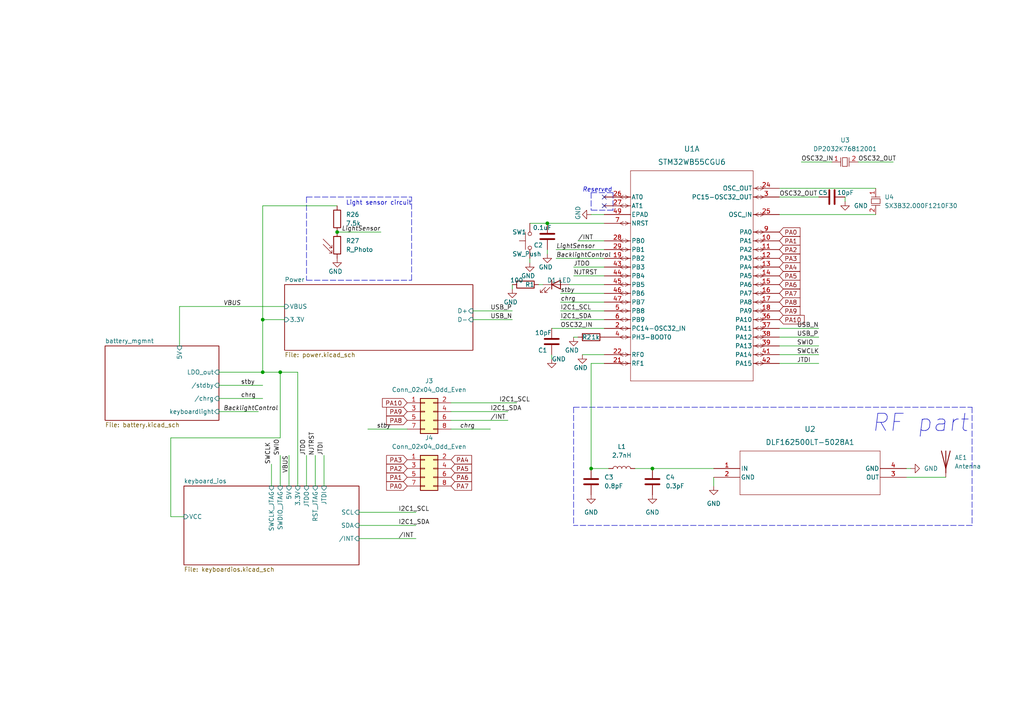
<source format=kicad_sch>
(kicad_sch (version 20230121) (generator eeschema)
  (paper "A4")
  (title_block (title "BluetoothKeyboard") (date "2024-04-15") (rev "1.0") (comment 1 "By Pierre-Louis Lagunegrand"))
  (lib_symbols
    (symbol "2024-04-10_20-20-40:STM32WB55CGU6" (pin_names (offset 0.254))
      (property "Reference" "U" (at 25.4 12.7 0))
      (property "Value" "STM32WB55CGU6" (at 25.4 10.16 0))
      (symbol "STM32WB55CGU6_1_1"
        (polyline (pts (xy 5.5372 -48.7807) (xy 4.4958 -48.26)) (stroke (width 0.127)))
        (polyline (pts (xy 5.5372 -47.7393) (xy 4.4958 -48.26)) (stroke (width 0.127)))
        (polyline (pts (xy 5.5372 -46.2407) (xy 4.4958 -45.72)) (stroke (width 0.127)))
        (polyline (pts (xy 5.5372 -45.1993) (xy 4.4958 -45.72)) (stroke (width 0.127)))
        (polyline (pts (xy 5.5372 -41.1607) (xy 4.4958 -40.64)) (stroke (width 0.127)))
        (polyline (pts (xy 5.5372 -40.1193) (xy 4.4958 -40.64)) (stroke (width 0.127)))
        (polyline (pts (xy 5.5372 -38.6207) (xy 4.4958 -38.1)) (stroke (width 0.127)))
        (polyline (pts (xy 5.5372 -37.5793) (xy 4.4958 -38.1)) (stroke (width 0.127)))
        (polyline (pts (xy 5.5372 -36.0807) (xy 4.4958 -35.56)) (stroke (width 0.127)))
        (polyline (pts (xy 5.5372 -35.0393) (xy 4.4958 -35.56)) (stroke (width 0.127)))
        (polyline (pts (xy 5.5372 -33.5407) (xy 4.4958 -33.02)) (stroke (width 0.127)))
        (polyline (pts (xy 5.5372 -32.4993) (xy 4.4958 -33.02)) (stroke (width 0.127)))
        (polyline (pts (xy 5.5372 -31.0007) (xy 4.4958 -30.48)) (stroke (width 0.127)))
        (polyline (pts (xy 5.5372 -29.9593) (xy 4.4958 -30.48)) (stroke (width 0.127)))
        (polyline (pts (xy 5.5372 -28.4607) (xy 4.4958 -27.94)) (stroke (width 0.127)))
        (polyline (pts (xy 5.5372 -27.4193) (xy 4.4958 -27.94)) (stroke (width 0.127)))
        (polyline (pts (xy 5.5372 -25.9207) (xy 4.4958 -25.4)) (stroke (width 0.127)))
        (polyline (pts (xy 5.5372 -24.8793) (xy 4.4958 -25.4)) (stroke (width 0.127)))
        (polyline (pts (xy 5.5372 -23.3807) (xy 4.4958 -22.86)) (stroke (width 0.127)))
        (polyline (pts (xy 5.5372 -22.3393) (xy 4.4958 -22.86)) (stroke (width 0.127)))
        (polyline (pts (xy 5.5372 -20.8407) (xy 4.4958 -20.32)) (stroke (width 0.127)))
        (polyline (pts (xy 5.5372 -19.7993) (xy 4.4958 -20.32)) (stroke (width 0.127)))
        (polyline (pts (xy 5.5372 -18.3007) (xy 4.4958 -17.78)) (stroke (width 0.127)))
        (polyline (pts (xy 5.5372 -17.2593) (xy 4.4958 -17.78)) (stroke (width 0.127)))
        (polyline (pts (xy 5.5372 -15.7607) (xy 4.4958 -15.24)) (stroke (width 0.127)))
        (polyline (pts (xy 5.5372 -14.7193) (xy 4.4958 -15.24)) (stroke (width 0.127)))
        (polyline (pts (xy 5.5372 -13.2207) (xy 4.4958 -12.7)) (stroke (width 0.127)))
        (polyline (pts (xy 5.5372 -12.1793) (xy 4.4958 -12.7)) (stroke (width 0.127)))
        (polyline (pts (xy 5.5372 -8.1407) (xy 4.4958 -7.62)) (stroke (width 0.127)))
        (polyline (pts (xy 5.5372 -7.0993) (xy 4.4958 -7.62)) (stroke (width 0.127)))
        (polyline (pts (xy 5.5372 -3.0607) (xy 4.4958 -2.54)) (stroke (width 0.127)))
        (polyline (pts (xy 5.5372 -2.0193) (xy 4.4958 -2.54)) (stroke (width 0.127)))
        (polyline (pts (xy 5.5372 -0.5207) (xy 4.4958 0)) (stroke (width 0.127)))
        (polyline (pts (xy 5.5372 0.5207) (xy 4.4958 0)) (stroke (width 0.127)))
        (polyline (pts (xy 7.0993 -48.26) (xy 6.0579 -48.7807)) (stroke (width 0.127)))
        (polyline (pts (xy 7.0993 -48.26) (xy 6.0579 -47.7393)) (stroke (width 0.127)))
        (polyline (pts (xy 7.0993 -45.72) (xy 6.0579 -46.2407)) (stroke (width 0.127)))
        (polyline (pts (xy 7.0993 -45.72) (xy 6.0579 -45.1993)) (stroke (width 0.127)))
        (polyline (pts (xy 7.0993 -40.64) (xy 6.0579 -41.1607)) (stroke (width 0.127)))
        (polyline (pts (xy 7.0993 -40.64) (xy 6.0579 -40.1193)) (stroke (width 0.127)))
        (polyline (pts (xy 7.0993 -38.1) (xy 6.0579 -38.6207)) (stroke (width 0.127)))
        (polyline (pts (xy 7.0993 -38.1) (xy 6.0579 -37.5793)) (stroke (width 0.127)))
        (polyline (pts (xy 7.0993 -35.56) (xy 6.0579 -36.0807)) (stroke (width 0.127)))
        (polyline (pts (xy 7.0993 -35.56) (xy 6.0579 -35.0393)) (stroke (width 0.127)))
        (polyline (pts (xy 7.0993 -33.02) (xy 6.0579 -33.5407)) (stroke (width 0.127)))
        (polyline (pts (xy 7.0993 -33.02) (xy 6.0579 -32.4993)) (stroke (width 0.127)))
        (polyline (pts (xy 7.0993 -30.48) (xy 6.0579 -31.0007)) (stroke (width 0.127)))
        (polyline (pts (xy 7.0993 -30.48) (xy 6.0579 -29.9593)) (stroke (width 0.127)))
        (polyline (pts (xy 7.0993 -27.94) (xy 6.0579 -28.4607)) (stroke (width 0.127)))
        (polyline (pts (xy 7.0993 -27.94) (xy 6.0579 -27.4193)) (stroke (width 0.127)))
        (polyline (pts (xy 7.0993 -25.4) (xy 6.0579 -25.9207)) (stroke (width 0.127)))
        (polyline (pts (xy 7.0993 -25.4) (xy 6.0579 -24.8793)) (stroke (width 0.127)))
        (polyline (pts (xy 7.0993 -22.86) (xy 6.0579 -23.3807)) (stroke (width 0.127)))
        (polyline (pts (xy 7.0993 -22.86) (xy 6.0579 -22.3393)) (stroke (width 0.127)))
        (polyline (pts (xy 7.0993 -20.32) (xy 6.0579 -20.8407)) (stroke (width 0.127)))
        (polyline (pts (xy 7.0993 -20.32) (xy 6.0579 -19.7993)) (stroke (width 0.127)))
        (polyline (pts (xy 7.0993 -17.78) (xy 6.0579 -18.3007)) (stroke (width 0.127)))
        (polyline (pts (xy 7.0993 -17.78) (xy 6.0579 -17.2593)) (stroke (width 0.127)))
        (polyline (pts (xy 7.0993 -15.24) (xy 6.0579 -15.7607)) (stroke (width 0.127)))
        (polyline (pts (xy 7.0993 -15.24) (xy 6.0579 -14.7193)) (stroke (width 0.127)))
        (polyline (pts (xy 7.0993 -12.7) (xy 6.0579 -13.2207)) (stroke (width 0.127)))
        (polyline (pts (xy 7.0993 -12.7) (xy 6.0579 -12.1793)) (stroke (width 0.127)))
        (polyline (pts (xy 7.0993 -7.62) (xy 6.0579 -8.1407)) (stroke (width 0.127)))
        (polyline (pts (xy 7.0993 -7.62) (xy 6.0579 -7.0993)) (stroke (width 0.127)))
        (polyline (pts (xy 7.0993 -2.54) (xy 6.0579 -3.0607)) (stroke (width 0.127)))
        (polyline (pts (xy 7.0993 -2.54) (xy 6.0579 -2.0193)) (stroke (width 0.127)))
        (polyline (pts (xy 7.0993 0) (xy 6.0579 -0.5207)) (stroke (width 0.127)))
        (polyline (pts (xy 7.0993 0) (xy 6.0579 0.5207)) (stroke (width 0.127)))
        (polyline (pts (xy 7.62 -53.34) (xy 43.18 -53.34)) (stroke (width 0.127)))
        (polyline (pts (xy 7.62 7.62) (xy 7.62 -53.34)) (stroke (width 0.127)))
        (polyline (pts (xy 43.18 -53.34) (xy 43.18 7.62)) (stroke (width 0.127)))
        (polyline (pts (xy 43.18 7.62) (xy 7.62 7.62)) (stroke (width 0.127)))
        (polyline (pts (xy 43.7007 -48.26) (xy 44.7421 -48.7807)) (stroke (width 0.127)))
        (polyline (pts (xy 43.7007 -48.26) (xy 44.7421 -47.7393)) (stroke (width 0.127)))
        (polyline (pts (xy 43.7007 -45.72) (xy 44.7421 -46.2407)) (stroke (width 0.127)))
        (polyline (pts (xy 43.7007 -45.72) (xy 44.7421 -45.1993)) (stroke (width 0.127)))
        (polyline (pts (xy 43.7007 -43.18) (xy 44.7421 -43.7007)) (stroke (width 0.127)))
        (polyline (pts (xy 43.7007 -43.18) (xy 44.7421 -42.6593)) (stroke (width 0.127)))
        (polyline (pts (xy 43.7007 -40.64) (xy 44.7421 -41.1607)) (stroke (width 0.127)))
        (polyline (pts (xy 43.7007 -40.64) (xy 44.7421 -40.1193)) (stroke (width 0.127)))
        (polyline (pts (xy 43.7007 -38.1) (xy 44.7421 -38.6207)) (stroke (width 0.127)))
        (polyline (pts (xy 43.7007 -38.1) (xy 44.7421 -37.5793)) (stroke (width 0.127)))
        (polyline (pts (xy 43.7007 -35.56) (xy 44.7421 -36.0807)) (stroke (width 0.127)))
        (polyline (pts (xy 43.7007 -35.56) (xy 44.7421 -35.0393)) (stroke (width 0.127)))
        (polyline (pts (xy 43.7007 -33.02) (xy 44.7421 -33.5407)) (stroke (width 0.127)))
        (polyline (pts (xy 43.7007 -33.02) (xy 44.7421 -32.4993)) (stroke (width 0.127)))
        (polyline (pts (xy 43.7007 -30.48) (xy 44.7421 -31.0007)) (stroke (width 0.127)))
        (polyline (pts (xy 43.7007 -30.48) (xy 44.7421 -29.9593)) (stroke (width 0.127)))
        (polyline (pts (xy 43.7007 -27.94) (xy 44.7421 -28.4607)) (stroke (width 0.127)))
        (polyline (pts (xy 43.7007 -27.94) (xy 44.7421 -27.4193)) (stroke (width 0.127)))
        (polyline (pts (xy 43.7007 -25.4) (xy 44.7421 -25.9207)) (stroke (width 0.127)))
        (polyline (pts (xy 43.7007 -25.4) (xy 44.7421 -24.8793)) (stroke (width 0.127)))
        (polyline (pts (xy 43.7007 -22.86) (xy 44.7421 -23.3807)) (stroke (width 0.127)))
        (polyline (pts (xy 43.7007 -22.86) (xy 44.7421 -22.3393)) (stroke (width 0.127)))
        (polyline (pts (xy 43.7007 -20.32) (xy 44.7421 -20.8407)) (stroke (width 0.127)))
        (polyline (pts (xy 43.7007 -20.32) (xy 44.7421 -19.7993)) (stroke (width 0.127)))
        (polyline (pts (xy 43.7007 -17.78) (xy 44.7421 -18.3007)) (stroke (width 0.127)))
        (polyline (pts (xy 43.7007 -17.78) (xy 44.7421 -17.2593)) (stroke (width 0.127)))
        (polyline (pts (xy 43.7007 -15.24) (xy 44.7421 -15.7607)) (stroke (width 0.127)))
        (polyline (pts (xy 43.7007 -15.24) (xy 44.7421 -14.7193)) (stroke (width 0.127)))
        (polyline (pts (xy 43.7007 -12.7) (xy 44.7421 -13.2207)) (stroke (width 0.127)))
        (polyline (pts (xy 43.7007 -12.7) (xy 44.7421 -12.1793)) (stroke (width 0.127)))
        (polyline (pts (xy 43.7007 -10.16) (xy 44.7421 -10.6807)) (stroke (width 0.127)))
        (polyline (pts (xy 43.7007 -10.16) (xy 44.7421 -9.6393)) (stroke (width 0.127)))
        (polyline (pts (xy 43.7007 -5.08) (xy 44.7421 -5.6007)) (stroke (width 0.127)))
        (polyline (pts (xy 43.7007 -5.08) (xy 44.7421 -4.5593)) (stroke (width 0.127)))
        (polyline (pts (xy 43.7007 0) (xy 44.7421 -0.5207)) (stroke (width 0.127)))
        (polyline (pts (xy 43.7007 0) (xy 44.7421 0.5207)) (stroke (width 0.127)))
        (polyline (pts (xy 43.7007 2.54) (xy 44.7421 2.0193)) (stroke (width 0.127)))
        (polyline (pts (xy 43.7007 2.54) (xy 44.7421 3.0607)) (stroke (width 0.127)))
        (polyline (pts (xy 45.2628 -48.7807) (xy 46.3042 -48.26)) (stroke (width 0.127)))
        (polyline (pts (xy 45.2628 -47.7393) (xy 46.3042 -48.26)) (stroke (width 0.127)))
        (polyline (pts (xy 45.2628 -46.2407) (xy 46.3042 -45.72)) (stroke (width 0.127)))
        (polyline (pts (xy 45.2628 -45.1993) (xy 46.3042 -45.72)) (stroke (width 0.127)))
        (polyline (pts (xy 45.2628 -43.7007) (xy 46.3042 -43.18)) (stroke (width 0.127)))
        (polyline (pts (xy 45.2628 -42.6593) (xy 46.3042 -43.18)) (stroke (width 0.127)))
        (polyline (pts (xy 45.2628 -41.1607) (xy 46.3042 -40.64)) (stroke (width 0.127)))
        (polyline (pts (xy 45.2628 -40.1193) (xy 46.3042 -40.64)) (stroke (width 0.127)))
        (polyline (pts (xy 45.2628 -38.6207) (xy 46.3042 -38.1)) (stroke (width 0.127)))
        (polyline (pts (xy 45.2628 -37.5793) (xy 46.3042 -38.1)) (stroke (width 0.127)))
        (polyline (pts (xy 45.2628 -36.0807) (xy 46.3042 -35.56)) (stroke (width 0.127)))
        (polyline (pts (xy 45.2628 -35.0393) (xy 46.3042 -35.56)) (stroke (width 0.127)))
        (polyline (pts (xy 45.2628 -33.5407) (xy 46.3042 -33.02)) (stroke (width 0.127)))
        (polyline (pts (xy 45.2628 -32.4993) (xy 46.3042 -33.02)) (stroke (width 0.127)))
        (polyline (pts (xy 45.2628 -31.0007) (xy 46.3042 -30.48)) (stroke (width 0.127)))
        (polyline (pts (xy 45.2628 -29.9593) (xy 46.3042 -30.48)) (stroke (width 0.127)))
        (polyline (pts (xy 45.2628 -28.4607) (xy 46.3042 -27.94)) (stroke (width 0.127)))
        (polyline (pts (xy 45.2628 -27.4193) (xy 46.3042 -27.94)) (stroke (width 0.127)))
        (polyline (pts (xy 45.2628 -25.9207) (xy 46.3042 -25.4)) (stroke (width 0.127)))
        (polyline (pts (xy 45.2628 -24.8793) (xy 46.3042 -25.4)) (stroke (width 0.127)))
        (polyline (pts (xy 45.2628 -23.3807) (xy 46.3042 -22.86)) (stroke (width 0.127)))
        (polyline (pts (xy 45.2628 -22.3393) (xy 46.3042 -22.86)) (stroke (width 0.127)))
        (polyline (pts (xy 45.2628 -20.8407) (xy 46.3042 -20.32)) (stroke (width 0.127)))
        (polyline (pts (xy 45.2628 -19.7993) (xy 46.3042 -20.32)) (stroke (width 0.127)))
        (polyline (pts (xy 45.2628 -18.3007) (xy 46.3042 -17.78)) (stroke (width 0.127)))
        (polyline (pts (xy 45.2628 -17.2593) (xy 46.3042 -17.78)) (stroke (width 0.127)))
        (polyline (pts (xy 45.2628 -15.7607) (xy 46.3042 -15.24)) (stroke (width 0.127)))
        (polyline (pts (xy 45.2628 -14.7193) (xy 46.3042 -15.24)) (stroke (width 0.127)))
        (polyline (pts (xy 45.2628 -13.2207) (xy 46.3042 -12.7)) (stroke (width 0.127)))
        (polyline (pts (xy 45.2628 -12.1793) (xy 46.3042 -12.7)) (stroke (width 0.127)))
        (polyline (pts (xy 45.2628 -10.6807) (xy 46.3042 -10.16)) (stroke (width 0.127)))
        (polyline (pts (xy 45.2628 -9.6393) (xy 46.3042 -10.16)) (stroke (width 0.127)))
        (polyline (pts (xy 45.2628 -5.6007) (xy 46.3042 -5.08)) (stroke (width 0.127)))
        (polyline (pts (xy 45.2628 -4.5593) (xy 46.3042 -5.08)) (stroke (width 0.127)))
        (polyline (pts (xy 45.2628 -0.5207) (xy 46.3042 0)) (stroke (width 0.127)))
        (polyline (pts (xy 45.2628 0.5207) (xy 46.3042 0)) (stroke (width 0.127)))
        (polyline (pts (xy 45.2628 2.0193) (xy 46.3042 2.54)) (stroke (width 0.127)))
        (polyline (pts (xy 45.2628 3.0607) (xy 46.3042 2.54)) (stroke (width 0.127)))
        (pin bidirectional line (at 50.8 -12.7 180) (length 7.62) (name "PA1") (number "10"))
        (pin bidirectional line (at 50.8 -15.24 180) (length 7.62) (name "PA2") (number "11"))
        (pin bidirectional line (at 50.8 -17.78 180) (length 7.62) (name "PA3") (number "12"))
        (pin bidirectional line (at 50.8 -20.32 180) (length 7.62) (name "PA4") (number "13"))
        (pin bidirectional line (at 50.8 -22.86 180) (length 7.62) (name "PA5") (number "14"))
        (pin bidirectional line (at 50.8 -25.4 180) (length 7.62) (name "PA6") (number "15"))
        (pin bidirectional line (at 50.8 -27.94 180) (length 7.62) (name "PA7") (number "16"))
        (pin bidirectional line (at 50.8 -30.48 180) (length 7.62) (name "PA8") (number "17"))
        (pin bidirectional line (at 50.8 -33.02 180) (length 7.62) (name "PA9") (number "18"))
        (pin bidirectional line (at 0 -17.78 0) (length 7.62) (name "PB2") (number "19"))
        (pin bidirectional line (at 0 -38.1 0) (length 7.62) (name "PC14-OSC32_IN") (number "2"))
        (pin bidirectional line (at 0 -48.26 0) (length 7.62) (name "RF1") (number "21"))
        (pin bidirectional line (at 0 -45.72 0) (length 7.62) (name "RF0") (number "22"))
        (pin bidirectional line (at 50.8 2.54 180) (length 7.62) (name "OSC_OUT") (number "24"))
        (pin bidirectional line (at 50.8 -5.08 180) (length 7.62) (name "OSC_IN") (number "25"))
        (pin bidirectional line (at 0 0 0) (length 7.62) (name "AT0") (number "26"))
        (pin bidirectional line (at 0 -2.54 0) (length 7.62) (name "AT1") (number "27"))
        (pin bidirectional line (at 0 -12.7 0) (length 7.62) (name "PB0") (number "28"))
        (pin bidirectional line (at 0 -15.24 0) (length 7.62) (name "PB1") (number "29"))
        (pin bidirectional line (at 50.8 0 180) (length 7.62) (name "PC15-OSC32_OUT") (number "3"))
        (pin bidirectional line (at 50.8 -35.56 180) (length 7.62) (name "PA10") (number "36"))
        (pin bidirectional line (at 50.8 -38.1 180) (length 7.62) (name "PA11") (number "37"))
        (pin bidirectional line (at 50.8 -40.64 180) (length 7.62) (name "PA12") (number "38"))
        (pin bidirectional line (at 50.8 -43.18 180) (length 7.62) (name "PA13") (number "39"))
        (pin bidirectional line (at 0 -40.64 0) (length 7.62) (name "PH3-BOOT0") (number "4"))
        (pin bidirectional line (at 50.8 -45.72 180) (length 7.62) (name "PA14") (number "41"))
        (pin bidirectional line (at 50.8 -48.26 180) (length 7.62) (name "PA15") (number "42"))
        (pin bidirectional line (at 0 -20.32 0) (length 7.62) (name "PB3") (number "43"))
        (pin bidirectional line (at 0 -22.86 0) (length 7.62) (name "PB4") (number "44"))
        (pin bidirectional line (at 0 -25.4 0) (length 7.62) (name "PB5") (number "45"))
        (pin bidirectional line (at 0 -27.94 0) (length 7.62) (name "PB6") (number "46"))
        (pin bidirectional line (at 0 -30.48 0) (length 7.62) (name "PB7") (number "47"))
        (pin unspecified line (at 0 -5.08 0) (length 7.62) (name "EPAD") (number "49"))
        (pin bidirectional line (at 0 -33.02 0) (length 7.62) (name "PB8") (number "5"))
        (pin bidirectional line (at 0 -35.56 0) (length 7.62) (name "PB9") (number "6"))
        (pin bidirectional line (at 0 -7.62 0) (length 7.62) (name "NRST") (number "7"))
        (pin bidirectional line (at 50.8 -10.16 180) (length 7.62) (name "PA0") (number "9"))
      )
      (symbol "STM32WB55CGU6_2_1"
        (polyline (pts (xy 7.62 -40.64) (xy 33.02 -40.64)) (stroke (width 0.127)))
        (polyline (pts (xy 7.62 5.08) (xy 7.62 -40.64)) (stroke (width 0.127)))
        (polyline (pts (xy 33.02 -40.64) (xy 33.02 5.08)) (stroke (width 0.127)))
        (polyline (pts (xy 33.02 5.08) (xy 7.62 5.08)) (stroke (width 0.127)))
        (pin power_in line (at 0 -2.54 0) (length 7.62) (name "VBAT") (number "1"))
        (pin power_in line (at 0 -7.62 0) (length 7.62) (name "VDD") (number "20"))
        (pin power_in line (at 0 -17.78 0) (length 7.62) (name "VDDRF") (number "23"))
        (pin power_in line (at 0 0 0) (length 7.62) (name "PE4") (number "30"))
        (pin power_in line (at 0 -27.94 0) (length 7.62) (name "VFBSMPS") (number "31"))
        (pin power_in line (at 0 -35.56 0) (length 7.62) (name "VSSSMPS") (number "32"))
        (pin power_in line (at 0 -33.02 0) (length 7.62) (name "VLXSMPS") (number "33"))
        (pin power_in line (at 0 -20.32 0) (length 7.62) (name "VDDSMPS") (number "34"))
        (pin power_in line (at 0 -10.16 0) (length 7.62) (name "VDD") (number "35"))
        (pin power_in line (at 0 -22.86 0) (length 7.62) (name "VDDUSB") (number "40"))
        (pin power_in line (at 0 -12.7 0) (length 7.62) (name "VDD") (number "48"))
        (pin power_in line (at 0 -15.24 0) (length 7.62) (name "VDDA") (number "8"))
      )
    )
    (symbol "2024-04-10_22-19-11:DLF162500LT-5028A1" (pin_names (offset 0.254))
      (property "Reference" "U2" (at 27.94 11.43 0))
      (property "Value" "DLF162500LT-5028A1" (at 27.94 7.62 0))
      (symbol "DLF162500LT-5028A1_0_1"
        (polyline (pts (xy 7.62 -7.62) (xy 48.26 -7.62)) (stroke (width 0.127)))
        (polyline (pts (xy 7.62 5.08) (xy 7.62 -7.62)) (stroke (width 0.127)))
        (polyline (pts (xy 48.26 -7.62) (xy 48.26 5.08)) (stroke (width 0.127)))
        (polyline (pts (xy 48.26 5.08) (xy 7.62 5.08)) (stroke (width 0.127)))
        (pin input line (at 0 0 0) (length 7.62) (name "IN") (number "1"))
        (pin power_in line (at 0 -2.54 0) (length 7.62) (name "GND") (number "2"))
        (pin output line (at 55.88 -2.54 180) (length 7.62) (name "OUT") (number "3"))
        (pin power_in line (at 55.88 0 180) (length 7.62) (name "GND") (number "4"))
      )
    )
    (symbol "Connector_Generic:Conn_02x04_Odd_Even" (pin_names (offset 1.016) hide)
      (property "Reference" "J" (at 1.27 5.08 0))
      (property "Value" "Conn_02x04_Odd_Even" (at 1.27 -7.62 0))
      (symbol "Conn_02x04_Odd_Even_1_1"
        (rectangle (start -1.27 -4.953) (end 0 -5.207) (stroke (width 0.1524)))
        (rectangle (start -1.27 -2.413) (end 0 -2.667) (stroke (width 0.1524)))
        (rectangle (start -1.27 0.127) (end 0 -0.127) (stroke (width 0.1524)))
        (rectangle (start -1.27 2.667) (end 0 2.413) (stroke (width 0.1524)))
        (rectangle (start -1.27 3.81) (end 3.81 -6.35) (stroke (width 0.254)) (fill (type background)))
        (rectangle (start 3.81 -4.953) (end 2.54 -5.207) (stroke (width 0.1524)))
        (rectangle (start 3.81 -2.413) (end 2.54 -2.667) (stroke (width 0.1524)))
        (rectangle (start 3.81 0.127) (end 2.54 -0.127) (stroke (width 0.1524)))
        (rectangle (start 3.81 2.667) (end 2.54 2.413) (stroke (width 0.1524)))
        (pin passive line (at -5.08 2.54 0) (length 3.81) (name "Pin_1") (number "1"))
        (pin passive line (at 7.62 2.54 180) (length 3.81) (name "Pin_2") (number "2"))
        (pin passive line (at -5.08 0 0) (length 3.81) (name "Pin_3") (number "3"))
        (pin passive line (at 7.62 0 180) (length 3.81) (name "Pin_4") (number "4"))
        (pin passive line (at -5.08 -2.54 0) (length 3.81) (name "Pin_5") (number "5"))
        (pin passive line (at 7.62 -2.54 180) (length 3.81) (name "Pin_6") (number "6"))
        (pin passive line (at -5.08 -5.08 0) (length 3.81) (name "Pin_7") (number "7"))
        (pin passive line (at 7.62 -5.08 180) (length 3.81) (name "Pin_8") (number "8"))
      )
    )
    (symbol "Device:Antenna" (pin_numbers hide) (pin_names (offset 1.016) hide)
      (property "Reference" "AE" (at -1.905 1.905 0))
      (property "Value" "Antenna" (at -1.905 0 0))
      (symbol "Antenna_0_1"
        (polyline (pts (xy 0 2.54) (xy 0 -3.81)) (stroke (width 0.254)))
        (polyline (pts (xy 1.27 2.54) (xy 0 -2.54) (xy -1.27 2.54)) (stroke (width 0.254)))
      )
      (symbol "Antenna_1_1"
        (pin input line (at 0 -5.08 90) (length 2.54) (name "A") (number "1"))
      )
    )
    (symbol "Device:C" (pin_numbers hide) (pin_names (offset 0.254))
      (property "Reference" "C" (at 0.635 2.54 0))
      (property "Value" "C" (at 0.635 -2.54 0))
      (symbol "C_0_1"
        (polyline (pts (xy -2.032 -0.762) (xy 2.032 -0.762)) (stroke (width 0.508)))
        (polyline (pts (xy -2.032 0.762) (xy 2.032 0.762)) (stroke (width 0.508)))
      )
      (symbol "C_1_1"
        (pin passive line (at 0 3.81 270) (length 2.794) (name "~") (number "1"))
        (pin passive line (at 0 -3.81 90) (length 2.794) (name "~") (number "2"))
      )
    )
    (symbol "Device:L" (pin_numbers hide) (pin_names (offset 1.016) hide)
      (property "Reference" "L" (at -1.27 0 90))
      (property "Value" "L" (at 1.905 0 90))
      (symbol "L_0_1"
        (arc (start 0 -2.54) (mid 0.6323 -1.905) (end 0 -1.27))
        (arc (start 0 -1.27) (mid 0.6323 -0.635) (end 0 0))
        (arc (start 0 0) (mid 0.6323 0.635) (end 0 1.27))
        (arc (start 0 1.27) (mid 0.6323 1.905) (end 0 2.54))
      )
      (symbol "L_1_1"
        (pin passive line (at 0 3.81 270) (length 1.27) (name "1") (number "1"))
        (pin passive line (at 0 -3.81 90) (length 1.27) (name "2") (number "2"))
      )
    )
    (symbol "Device:LED" (pin_numbers hide) (pin_names (offset 1.016) hide)
      (property "Reference" "D" (at 0 2.54 0))
      (property "Value" "LED" (at 0 -2.54 0))
      (symbol "LED_0_1"
        (polyline (pts (xy -1.27 -1.27) (xy -1.27 1.27)) (stroke (width 0.254)))
        (polyline (pts (xy -1.27 0) (xy 1.27 0)))
        (polyline (pts (xy 1.27 -1.27) (xy 1.27 1.27) (xy -1.27 0) (xy 1.27 -1.27)) (stroke (width 0.254)))
        (polyline (pts (xy -3.048 -0.762) (xy -4.572 -2.286) (xy -3.81 -2.286) (xy -4.572 -2.286) (xy -4.572 -1.524)))
        (polyline (pts (xy -1.778 -0.762) (xy -3.302 -2.286) (xy -2.54 -2.286) (xy -3.302 -2.286) (xy -3.302 -1.524)))
      )
      (symbol "LED_1_1"
        (pin passive line (at -3.81 0 0) (length 2.54) (name "K") (number "1"))
        (pin passive line (at 3.81 0 180) (length 2.54) (name "A") (number "2"))
      )
    )
    (symbol "Device:R" (pin_numbers hide) (pin_names (offset 0))
      (property "Reference" "R" (at 2.032 0 90))
      (property "Value" "R" (at 0 0 90))
      (symbol "R_0_1"
        (rectangle (start -1.016 -2.54) (end 1.016 2.54) (stroke (width 0.254)))
      )
      (symbol "R_1_1"
        (pin passive line (at 0 3.81 270) (length 1.27) (name "~") (number "1"))
        (pin passive line (at 0 -3.81 90) (length 1.27) (name "~") (number "2"))
      )
    )
    (symbol "Device:R_Photo" (pin_numbers hide) (pin_names (offset 0))
      (property "Reference" "R" (at 1.27 1.27 0))
      (property "Value" "R_Photo" (at 1.27 0 0))
      (symbol "R_Photo_0_1"
        (rectangle (start -1.016 2.54) (end 1.016 -2.54) (stroke (width 0.254)))
        (polyline (pts (xy -1.524 -2.286) (xy -4.064 0.254)))
        (polyline (pts (xy -1.524 -2.286) (xy -2.286 -2.286)))
        (polyline (pts (xy -1.524 -2.286) (xy -1.524 -1.524)))
        (polyline (pts (xy -1.524 -0.762) (xy -4.064 1.778)))
        (polyline (pts (xy -1.524 -0.762) (xy -2.286 -0.762)))
        (polyline (pts (xy -1.524 -0.762) (xy -1.524 0)))
      )
      (symbol "R_Photo_1_1"
        (pin passive line (at 0 3.81 270) (length 1.27) (name "~") (number "1"))
        (pin passive line (at 0 -3.81 90) (length 1.27) (name "~") (number "2"))
      )
    )
    (symbol "My_lib:DP2032K76812001"
      (property "Reference" "U" (at -0.254 4.826 0))
      (property "Value" "DP2032K76812001" (at -0.127 2.921 0))
      (symbol "DP2032K76812001_0_1"
        (polyline (pts (xy -1.27 -3.81) (xy -1.27 -6.35)))
        (polyline (pts (xy 1.143 -3.81) (xy 1.143 -6.35)))
        (polyline (pts (xy -0.762 -3.81) (xy -0.762 -6.35) (xy 0.635 -6.35) (xy 0.635 -3.81) (xy -0.762 -3.81)))
      )
      (symbol "DP2032K76812001_1_1"
        (pin input line (at -3.81 -5.08 0) (length 2.54) (name "") (number "1"))
        (pin output line (at 3.81 -5.08 180) (length 2.54) (name "") (number "2"))
      )
    )
    (symbol "My_lib:SX3B32.000F1210F30"
      (property "Reference" "U" (at -0.254 4.826 0))
      (property "Value" "SX3B32.000F1210F30" (at -0.127 2.921 0))
      (symbol "SX3B32.000F1210F30_0_1"
        (polyline (pts (xy -1.27 -3.81) (xy -1.27 -6.35)))
        (polyline (pts (xy 1.143 -3.81) (xy 1.143 -6.35)))
        (polyline (pts (xy -0.762 -3.81) (xy -0.762 -6.35) (xy 0.635 -6.35) (xy 0.635 -3.81) (xy -0.762 -3.81)))
      )
      (symbol "SX3B32.000F1210F30_1_1"
        (pin input line (at -3.81 -5.08 0) (length 2.54) (name "") (number "1"))
        (pin output line (at 3.81 -5.08 180) (length 2.54) (name "") (number "2"))
      )
    )
    (symbol "Switch:SW_Push" (pin_numbers hide) (pin_names (offset 1.016) hide)
      (property "Reference" "SW" (at 1.27 2.54 0))
      (property "Value" "SW_Push" (at 0 -1.524 0))
      (symbol "SW_Push_0_1"
        (circle (center -2.032 0) (radius 0.508))
        (polyline (pts (xy 0 1.27) (xy 0 3.048)))
        (polyline (pts (xy 2.54 1.27) (xy -2.54 1.27)))
        (circle (center 2.032 0) (radius 0.508))
        (pin passive line (at -5.08 0 0) (length 2.54) (name "1") (number "1"))
        (pin passive line (at 5.08 0 180) (length 2.54) (name "2") (number "2"))
      )
    )
    (symbol "power:GND" (power) (pin_names (offset 0))
      (property "Value" "GND" (at 0 -3.81 0))
      (symbol "GND_0_1"
        (polyline (pts (xy 0 0) (xy 0 -1.27) (xy 1.27 -1.27) (xy 0 -2.54) (xy -1.27 -1.27) (xy 0 -1.27)))
      )
      (symbol "GND_1_1"
        (pin power_in line (at 0 0 270) (length 0) hide (name "GND") (number "1"))
      )
    )
  )
  (junction (at 171.45 135.89))
  (junction (at 158.75 64.77))
  (junction (at 81.28 107.95))
  (junction (at 189.23 135.89))
  (junction (at 76.2 107.95))
  (junction (at 97.79 67.31))
  (junction (at 76.2 92.71))
  (no_connect (at 175.26 59.69))
  (no_connect (at 175.26 57.15))
  (wire (pts (xy 104.14 148.59) (xy 120.65 148.59)))
  (wire (pts (xy 153.67 76.2) (xy 153.67 74.93)))
  (wire (pts (xy 76.2 92.71) (xy 82.55 92.71)))
  (polyline (pts (xy 166.37 118.11) (xy 281.94 118.11)) (stroke (width 0) (type dash)))
  (wire (pts (xy 88.9 132.08) (xy 88.9 140.97)))
  (wire (pts (xy 262.89 135.89) (xy 264.16 135.89)))
  (wire (pts (xy 162.56 90.17) (xy 175.26 90.17)))
  (polyline (pts (xy 88.9 57.15) (xy 88.9 81.28)) (stroke (width 0) (type dash)))
  (wire (pts (xy 130.81 121.92) (xy 147.32 121.92)))
  (wire (pts (xy 168.91 102.87) (xy 175.26 102.87)))
  (wire (pts (xy 63.5 119.38) (xy 74.93 119.38)))
  (polyline (pts (xy 177.8 55.88) (xy 177.8 60.96)) (stroke (width 0) (type dash)))
  (wire (pts (xy 161.29 74.93) (xy 175.26 74.93)))
  (wire (pts (xy 167.64 69.85) (xy 175.26 69.85)))
  (wire (pts (xy 49.53 127) (xy 81.28 127)))
  (wire (pts (xy 130.81 119.38) (xy 147.32 119.38)))
  (wire (pts (xy 148.59 83.82) (xy 148.59 82.55)))
  (wire (pts (xy 63.5 111.76) (xy 76.2 111.76)))
  (wire (pts (xy 166.37 97.79) (xy 167.64 97.79)))
  (polyline (pts (xy 281.94 152.4) (xy 166.37 152.4)) (stroke (width 0) (type dash)))
  (wire (pts (xy 226.06 57.15) (xy 237.49 57.15)))
  (wire (pts (xy 52.07 88.9) (xy 82.55 88.9)))
  (wire (pts (xy 226.06 62.23) (xy 254 62.23)))
  (polyline (pts (xy 177.8 60.96) (xy 171.45 60.96)) (stroke (width 0) (type dash)))
  (wire (pts (xy 226.06 102.87) (xy 237.49 102.87)))
  (wire (pts (xy 166.37 77.47) (xy 175.26 77.47)))
  (wire (pts (xy 86.36 107.95) (xy 86.36 140.97)))
  (wire (pts (xy 158.75 73.66) (xy 158.75 72.39)))
  (wire (pts (xy 262.89 138.43) (xy 274.32 138.43)))
  (wire (pts (xy 171.45 135.89) (xy 176.53 135.89)))
  (wire (pts (xy 226.06 54.61) (xy 254 54.61)))
  (wire (pts (xy 63.5 115.57) (xy 76.2 115.57)))
  (wire (pts (xy 104.14 156.21) (xy 120.65 156.21)))
  (polyline (pts (xy 88.9 81.28) (xy 119.38 81.28)) (stroke (width 0) (type dash)))
  (wire (pts (xy 93.98 132.08) (xy 93.98 140.97)))
  (wire (pts (xy 166.37 80.01) (xy 175.26 80.01)))
  (wire (pts (xy 171.45 105.41) (xy 175.26 105.41)))
  (wire (pts (xy 207.01 138.43) (xy 207.01 140.97)))
  (wire (pts (xy 226.06 97.79) (xy 237.49 97.79)))
  (polyline (pts (xy 171.45 55.88) (xy 177.8 55.88)) (stroke (width 0) (type dash)))
  (wire (pts (xy 162.56 87.63) (xy 175.26 87.63)))
  (wire (pts (xy 153.67 64.77) (xy 158.75 64.77)))
  (wire (pts (xy 63.5 107.95) (xy 76.2 107.95)))
  (wire (pts (xy 226.06 100.33) (xy 237.49 100.33)))
  (wire (pts (xy 53.34 149.86) (xy 49.53 149.86)))
  (wire (pts (xy 137.16 90.17) (xy 148.59 90.17)))
  (polyline (pts (xy 281.94 118.11) (xy 281.94 152.4)) (stroke (width 0) (type dash)))
  (wire (pts (xy 171.45 62.23) (xy 175.26 62.23)))
  (wire (pts (xy 76.2 92.71) (xy 76.2 59.69)))
  (wire (pts (xy 130.81 124.46) (xy 142.24 124.46)))
  (wire (pts (xy 162.56 92.71) (xy 175.26 92.71)))
  (polyline (pts (xy 166.37 118.11) (xy 166.37 152.4)) (stroke (width 0) (type dash)))
  (wire (pts (xy 232.41 46.99) (xy 241.3 46.99)))
  (wire (pts (xy 106.68 124.46) (xy 118.11 124.46)))
  (wire (pts (xy 162.56 85.09) (xy 175.26 85.09)))
  (wire (pts (xy 158.75 64.77) (xy 175.26 64.77)))
  (wire (pts (xy 91.44 132.08) (xy 91.44 140.97)))
  (wire (pts (xy 130.81 116.84) (xy 149.86 116.84)))
  (polyline (pts (xy 119.38 81.28) (xy 119.38 57.15)) (stroke (width 0) (type dash)))
  (wire (pts (xy 78.74 134.62) (xy 78.74 140.97)))
  (wire (pts (xy 171.45 105.41) (xy 171.45 135.89)))
  (wire (pts (xy 245.11 58.42) (xy 245.11 57.15)))
  (wire (pts (xy 104.14 152.4) (xy 120.65 152.4)))
  (wire (pts (xy 226.06 95.25) (xy 237.49 95.25)))
  (wire (pts (xy 97.79 67.31) (xy 110.49 67.31)))
  (wire (pts (xy 76.2 59.69) (xy 97.79 59.69)))
  (wire (pts (xy 248.92 46.99) (xy 259.08 46.99)))
  (wire (pts (xy 184.15 135.89) (xy 189.23 135.89)))
  (wire (pts (xy 76.2 107.95) (xy 76.2 92.71)))
  (wire (pts (xy 81.28 127) (xy 81.28 107.95)))
  (wire (pts (xy 81.28 107.95) (xy 76.2 107.95)))
  (wire (pts (xy 165.1 82.55) (xy 175.26 82.55)))
  (wire (pts (xy 160.02 95.25) (xy 175.26 95.25)))
  (wire (pts (xy 52.07 88.9) (xy 52.07 100.33)))
  (polyline (pts (xy 171.45 55.88) (xy 171.45 60.96)) (stroke (width 0) (type dash)))
  (wire (pts (xy 86.36 107.95) (xy 81.28 107.95)))
  (wire (pts (xy 83.82 132.08) (xy 83.82 140.97)))
  (wire (pts (xy 49.53 149.86) (xy 49.53 127)))
  (wire (pts (xy 157.48 82.55) (xy 156.21 82.55)))
  (polyline (pts (xy 88.9 57.15) (xy 119.38 57.15)) (stroke (width 0) (type dash)))
  (wire (pts (xy 81.28 132.08) (xy 81.28 140.97)))
  (wire (pts (xy 226.06 105.41) (xy 237.49 105.41)))
  (wire (pts (xy 161.29 72.39) (xy 175.26 72.39)))
  (wire (pts (xy 189.23 135.89) (xy 207.01 135.89)))
  (wire (pts (xy 160.02 104.14) (xy 160.02 102.87)))
  (wire (pts (xy 137.16 92.71) (xy 148.59 92.71)))
  (text "Reserved" (at 168.91 55.88 0) (effects (font (size 1.27 1.27) italic) (justify left bottom)))
  (text "RF part" (at 252.73 125.73 0) (effects (font (size 5 5) italic) (justify left bottom)))
  (text "Light sensor circuit\n" (at 100.33 59.69 0) (effects (font (size 1.27 1.27)) (justify left bottom)))
  (label "I2C1_SCL" (at 162.56 90.17 0))
  (label "SWCLK" (at 78.74 134.62 90))
  (label "chrg" (at 133.35 124.46 0) (effects (font italic)))
  (label "NJTRST" (at 91.44 132.08 90))
  (label "I2C1_SCL" (at 144.78 116.84 0))
  (label "JTDI" (at 93.98 132.08 90))
  (label "SWCLK" (at 231.14 102.87 0))
  (label "USB_N" (at 231.14 95.25 0))
  (label "I2C1_SDA" (at 162.56 92.71 0))
  (label "stby" (at 69.85 111.76 0))
  (label "JTDO" (at 88.9 132.08 90))
  (label "LightSensor" (at 99.06 67.31 0) (effects (font italic)))
  (label "USB_N" (at 142.24 92.71 0))
  (label "VBUS" (at 64.77 88.9 0) (effects (font italic)))
  (label "I2C1_SDA" (at 115.57 152.4 0))
  (label "SWIO" (at 231.14 100.33 0))
  (label "JTDO" (at 166.37 77.47 0))
  (label "BacklightControl" (at 161.29 74.93 0) (effects (font italic)))
  (label "USB_P" (at 231.14 97.79 0))
  (label "VBUS" (at 83.82 132.08 270))
  (label "OSC32_IN" (at 162.56 95.25 0))
  (label "OSC32_IN" (at 232.41 46.99 0))
  (label "BacklightControl" (at 64.77 119.38 0) (effects (font italic)))
  (label "{slash}INT" (at 142.24 121.92 0))
  (label "LightSensor" (at 161.29 72.39 0) (effects (font italic)))
  (label "chrg" (at 162.56 87.63 0) (effects (font italic)))
  (label "NJTRST" (at 166.37 80.01 0))
  (label "I2C1_SDA" (at 142.24 119.38 0))
  (label "{slash}INT" (at 115.57 156.21 0))
  (label "USB_P" (at 142.24 90.17 0))
  (label "I2C1_SCL" (at 115.57 148.59 0))
  (label "{slash}INT" (at 167.64 69.85 0))
  (label "OSC32_OUT" (at 226.06 57.15 0))
  (label "JTDI" (at 231.14 105.41 0))
  (label "chrg" (at 69.85 115.57 0))
  (label "OSC32_OUT" (at 248.92 46.99 0))
  (label "SWIO" (at 81.28 132.08 90))
  (label "stby" (at 109.22 124.46 0) (effects (font italic)))
  (label "stby" (at 162.56 85.09 0) (effects (font italic)))
  (global_label "PA10" (shape input) (at 226.06 92.71 0) (property "Intersheetrefs" "${INTERSHEET_REFS}" (effects hide)))
  (global_label "PA3" (shape input) (at 118.11 133.35 180) (property "Intersheetrefs" "${INTERSHEET_REFS}" (effects hide)))
  (global_label "PA7" (shape input) (at 130.81 140.97 0) (property "Intersheetrefs" "${INTERSHEET_REFS}" (effects hide)))
  (global_label "PA6" (shape input) (at 226.06 82.55 0) (property "Intersheetrefs" "${INTERSHEET_REFS}" (effects hide)))
  (global_label "PA6" (shape input) (at 130.81 138.43 0) (property "Intersheetrefs" "${INTERSHEET_REFS}" (effects hide)))
  (global_label "PA1" (shape input) (at 226.06 69.85 0) (property "Intersheetrefs" "${INTERSHEET_REFS}" (effects hide)))
  (global_label "PA0" (shape input) (at 118.11 140.97 180) (property "Intersheetrefs" "${INTERSHEET_REFS}" (effects hide)))
  (global_label "PA1" (shape input) (at 118.11 138.43 180) (property "Intersheetrefs" "${INTERSHEET_REFS}" (effects hide)))
  (global_label "PA10" (shape input) (at 118.11 116.84 180) (property "Intersheetrefs" "${INTERSHEET_REFS}" (effects hide)))
  (global_label "PA9" (shape input) (at 226.06 90.17 0) (property "Intersheetrefs" "${INTERSHEET_REFS}" (effects hide)))
  (global_label "PA2" (shape input) (at 118.11 135.89 180) (property "Intersheetrefs" "${INTERSHEET_REFS}" (effects hide)))
  (global_label "PA0" (shape input) (at 226.06 67.31 0) (property "Intersheetrefs" "${INTERSHEET_REFS}" (effects hide)))
  (global_label "PA2" (shape input) (at 226.06 72.39 0) (property "Intersheetrefs" "${INTERSHEET_REFS}" (effects hide)))
  (global_label "PA4" (shape input) (at 226.06 77.47 0) (property "Intersheetrefs" "${INTERSHEET_REFS}" (effects hide)))
  (global_label "PA8" (shape input) (at 118.11 121.92 180) (property "Intersheetrefs" "${INTERSHEET_REFS}" (effects hide)))
  (global_label "PA5" (shape input) (at 226.06 80.01 0) (property "Intersheetrefs" "${INTERSHEET_REFS}" (effects hide)))
  (global_label "PA7" (shape input) (at 226.06 85.09 0) (property "Intersheetrefs" "${INTERSHEET_REFS}" (effects hide)))
  (global_label "PA9" (shape input) (at 118.11 119.38 180) (property "Intersheetrefs" "${INTERSHEET_REFS}" (effects hide)))
  (global_label "PA4" (shape input) (at 130.81 133.35 0) (property "Intersheetrefs" "${INTERSHEET_REFS}" (effects hide)))
  (global_label "PA3" (shape input) (at 226.06 74.93 0) (property "Intersheetrefs" "${INTERSHEET_REFS}" (effects hide)))
  (global_label "PA8" (shape input) (at 226.06 87.63 0) (property "Intersheetrefs" "${INTERSHEET_REFS}" (effects hide)))
  (global_label "PA5" (shape input) (at 130.81 135.89 0) (property "Intersheetrefs" "${INTERSHEET_REFS}" (effects hide)))
  (symbol (lib_id "Device:C") (at 189.23 139.7 0) (unit 1)
    (property "Reference" "C4" (at 193.04 138.4299 0) (effects (justify left)))
    (property "Value" "0.3pF" (at 193.04 140.9699 0) (effects (justify left)))
    (property "Footprint" "Capacitor_SMD:C_0402_1005Metric" (effects hide))
  )
  (symbol (lib_id "Device:L") (at 180.34 135.89 90) (unit 1)
    (property "Reference" "L1" (at 180.34 129.54 90))
    (property "Value" "2.7nH" (at 180.34 132.08 90))
    (property "Footprint" "Inductor_SMD:L_0402_1005Metric" (effects hide))
  )
  (symbol (lib_id "power:GND") (at 168.91 102.87 0) (unit 1)
    (property "Reference" "#PWR06" (effects hide))
    (property "Value" "GND" (at 166.37 106.68 0) (effects (justify left)))
  )
  (symbol (lib_id "power:GND") (at 160.02 104.14 0) (unit 1)
    (property "Reference" "#PWR03" (effects hide))
    (property "Value" "GND" (at 160.02 104.14 0) (effects (justify left)))
  )
  (symbol (lib_id "power:GND") (at 245.11 58.42 0) (unit 1)
    (property "Reference" "#PWR011" (effects hide))
    (property "Value" "GND" (at 247.65 59.6899 0) (effects (justify left)))
  )
  (symbol (lib_id "2024-04-10_22-19-11:DLF162500LT-5028A1") (at 207.01 135.89 0) (unit 1)
    (property "Reference" "U2" (at 234.95 124.46 0) (effects (font (size 1.524 1.524))))
    (property "Value" "DLF162500LT-5028A1" (at 234.95 128.27 0) (effects (font (size 1.524 1.524))))
    (property "Footprint" "DLF162500LT-5028A1:DLF-4_1P6X0P8" (effects hide))
    (property "Datasheet" "DLF162500LT-5028A1" (effects hide))
  )
  (symbol (lib_id "power:GND") (at 166.37 97.79 0) (unit 1)
    (property "Reference" "#PWR05" (effects hide))
    (property "Value" "GND" (at 163.83 101.6 0) (effects (justify left)))
  )
  (symbol (lib_id "Device:C") (at 171.45 139.7 0) (unit 1)
    (property "Reference" "C3" (at 175.26 138.4299 0) (effects (justify left)))
    (property "Value" "0.8pF" (at 175.26 140.9699 0) (effects (justify left)))
    (property "Footprint" "Capacitor_SMD:C_0402_1005Metric" (effects hide))
  )
  (symbol (lib_id "power:GND") (at 158.75 73.66 0) (unit 1)
    (property "Reference" "#PWR04" (effects hide))
    (property "Value" "GND" (at 156.21 77.47 0) (effects (justify left)))
  )
  (symbol (lib_id "Device:Antenna") (at 274.32 133.35 0) (unit 1)
    (property "Reference" "AE1" (at 276.86 132.7149 0) (effects (justify left)))
    (property "Value" "Antenna" (at 276.86 135.2549 0) (effects (justify left)))
    (property "Footprint" "SamacSys_Parts:BLE_PCB_ant" (effects hide))
  )
  (symbol (lib_id "power:GND") (at 207.01 140.97 0) (unit 1)
    (property "Reference" "#PWR010" (effects hide))
    (property "Value" "GND" (at 207.01 146.05 0))
  )
  (symbol (lib_id "Switch:SW_Push") (at 153.67 69.85 90) (unit 1)
    (property "Reference" "SW1" (at 148.59 67.31 90) (effects (justify right)))
    (property "Value" "SW_Push" (at 148.59 73.66 90) (effects (justify right)))
    (property "Footprint" "SamacSys_Parts:switch" (effects hide))
  )
  (symbol (lib_id "Device:C") (at 158.75 68.58 180) (unit 1)
    (property "Reference" "C2" (at 157.48 71.12 0) (effects (justify left)))
    (property "Value" "0.1uF" (at 160.02 66.04 0) (effects (justify left)))
    (property "Footprint" "Capacitor_SMD:C_0402_1005Metric" (effects hide))
  )
  (symbol (lib_id "Connector_Generic:Conn_02x04_Odd_Even") (at 123.19 119.38 0) (unit 1)
    (property "Reference" "J3" (at 124.46 110.49 0))
    (property "Value" "Conn_02x04_Odd_Even" (at 124.46 113.03 0))
    (property "Footprint" "SamacSys_Parts:debug_conn" (effects hide))
  )
  (symbol (lib_id "Device:C") (at 160.02 99.06 180) (unit 1)
    (property "Reference" "C1" (at 158.75 101.6 0) (effects (justify left)))
    (property "Value" "10pF" (at 160.02 96.52 0) (effects (justify left)))
    (property "Footprint" "Capacitor_SMD:C_0402_1005Metric" (effects hide))
  )
  (symbol (lib_id "My_lib:DP2032K76812001") (at 245.11 41.91 0) (unit 1)
    (property "Reference" "U3" (at 245.11 40.64 0))
    (property "Value" "DP2032K76812001" (at 245.11 43.18 0))
    (property "Footprint" "SamacSys_Parts:Quartz-HC-49S-SMD-Mini" (effects hide))
  )
  (symbol (lib_id "Device:R") (at 97.79 63.5 0) (unit 1)
    (property "Reference" "R26" (at 100.33 62.2299 0) (effects (justify left)))
    (property "Value" "7.5k" (at 100.33 64.7699 0) (effects (justify left)))
    (property "Footprint" "Resistor_SMD:R_0402_1005Metric" (effects hide))
  )
  (symbol (lib_id "power:GND") (at 264.16 135.89 90) (unit 1)
    (property "Reference" "#PWR0101" (effects hide))
    (property "Value" "GND" (at 267.97 135.8899 90) (effects (justify right)))
  )
  (symbol (lib_id "Device:LED") (at 161.29 82.55 0) (unit 1)
    (property "Reference" "D1" (at 160.02 81.28 0))
    (property "Value" "LED" (at 163.83 81.28 0))
    (property "Footprint" "LED_SMD:LED_0603_1608Metric" (effects hide))
  )
  (symbol (lib_id "Device:R") (at 171.45 97.79 90) (unit 1)
    (property "Reference" "R2" (at 170.18 97.79 90))
    (property "Value" "1k" (at 172.72 97.79 90))
    (property "Footprint" "Resistor_SMD:R_0402_1005Metric" (effects hide))
  )
  (symbol (lib_id "Device:R") (at 152.4 82.55 90) (unit 1)
    (property "Reference" "R1" (at 153.67 82.55 90))
    (property "Value" "100" (at 149.86 81.28 90))
    (property "Footprint" "Resistor_SMD:R_0402_1005Metric" (effects hide))
  )
  (symbol (lib_id "power:GND") (at 171.45 143.51 0) (unit 1)
    (property "Reference" "#PWR08" (effects hide))
    (property "Value" "GND" (at 171.45 148.59 0))
  )
  (symbol (lib_id "power:GND") (at 148.59 83.82 0) (unit 1)
    (property "Reference" "#PWR01" (effects hide))
    (property "Value" "GND" (at 146.05 87.63 0) (effects (justify left)))
  )
  (symbol (lib_id "power:GND") (at 97.79 74.93 0) (unit 1)
    (property "Reference" "#PWR012" (effects hide))
    (property "Value" "GND" (at 95.25 78.74 0) (effects (justify left)))
  )
  (symbol (lib_id "power:GND") (at 153.67 76.2 0) (unit 1)
    (property "Reference" "#PWR02" (effects hide))
    (property "Value" "GND" (at 151.13 80.01 0) (effects (justify left)))
  )
  (symbol (lib_id "power:GND") (at 189.23 143.51 0) (unit 1)
    (property "Reference" "#PWR09" (effects hide))
    (property "Value" "GND" (at 189.23 148.59 0))
  )
  (symbol (lib_id "Device:R_Photo") (at 97.79 71.12 0) (unit 1)
    (property "Reference" "R27" (at 100.33 69.8499 0) (effects (justify left)))
    (property "Value" "R_Photo" (at 100.33 72.3899 0) (effects (justify left)))
    (property "Footprint" "SamacSys_Parts:R_photo" (effects hide))
  )
  (symbol (lib_id "power:GND") (at 171.45 62.23 270) (unit 1)
    (property "Reference" "#PWR07" (effects hide))
    (property "Value" "GND" (at 167.64 59.69 0) (effects (justify left)))
  )
  (symbol (lib_id "My_lib:SX3B32.000F1210F30") (at 259.08 58.42 270) (unit 1)
    (property "Reference" "U4" (at 256.54 57.1499 90) (effects (justify left)))
    (property "Value" "SX3B32.000F1210F30" (at 256.54 59.6899 90) (effects (justify left)))
    (property "Footprint" "SamacSys_Parts:Quartz-SMD3225-4P" (effects hide))
  )
  (symbol (lib_id "Device:C") (at 241.3 57.15 90) (unit 1)
    (property "Reference" "C5" (at 240.03 55.88 90) (effects (justify left)))
    (property "Value" "10pF" (at 247.65 55.88 90) (effects (justify left)))
    (property "Footprint" "Capacitor_SMD:C_0402_1005Metric" (effects hide))
  )
  (symbol (lib_id "2024-04-10_20-20-40:STM32WB55CGU6") (at 175.26 57.15 0) (unit 1)
    (property "Reference" "U1" (at 200.66 43.18 0) (effects (font (size 1.524 1.524))))
    (property "Value" "STM32WB55CGU6" (at 200.66 46.99 0) (effects (font (size 1.524 1.524))))
    (property "Footprint" "STM32WB:UFQFPN48-7x7mm" (effects hide))
    (property "Datasheet" "STM32WB55CGU6" (effects hide))
  )
  (symbol (lib_id "Connector_Generic:Conn_02x04_Odd_Even") (at 123.19 135.89 0) (unit 1)
    (property "Reference" "J4" (at 124.46 127 0))
    (property "Value" "Conn_02x04_Odd_Even" (at 124.46 129.54 0))
    (property "Footprint" "SamacSys_Parts:debug_conn" (effects hide))
  )
  (sheet (at 53.34 140.97) (size 50.8 22.86) (stroke (width 0.1524))
    (property "Sheetname" "keyboard_ios" (at 53.34 140.2584 0) (effects (justify left bottom)))
    (property "Sheetfile" "keyboardios.kicad_sch" (at 53.34 164.4146 0) (effects (justify left top)))
    (pin "SCL" input (at 104.14 148.59 0))
    (pin "SDA" input (at 104.14 152.4 0))
    (pin "{slash}INT" input (at 104.14 156.21 0))
    (pin "VCC" input (at 53.34 149.86 180))
    (pin "RST_JTAG" input (at 91.44 140.97 90))
    (pin "JTDO" input (at 88.9 140.97 90))
    (pin "3.3V" input (at 86.36 140.97 90))
    (pin "5V" input (at 83.82 140.97 90))
    (pin "SWDIO_JTAG" input (at 81.28 140.97 90))
    (pin "SWCLK_JTAG" input (at 78.74 140.97 90))
    (pin "JTDI" input (at 93.98 140.97 90))
  )
  (sheet (at 82.55 82.55) (size 54.61 19.05) (stroke (width 0.1524))
    (property "Sheetname" "Power" (at 82.55 81.8384 0) (effects (justify left bottom)))
    (property "Sheetfile" "power.kicad_sch" (at 82.55 102.1846 0) (effects (justify left top)))
    (pin "D+" input (at 137.16 90.17 0))
    (pin "D-" input (at 137.16 92.71 0))
    (pin "3.3V" input (at 82.55 92.71 180))
    (pin "VBUS" input (at 82.55 88.9 180))
  )
  (sheet (at 30.48 100.33) (size 33.02 21.59) (stroke (width 0.1524))
    (property "Sheetname" "battery_mgmnt" (at 30.48 99.6184 0) (effects (justify left bottom)))
    (property "Sheetfile" "battery.kicad_sch" (at 30.48 122.5046 0) (effects (justify left top)))
    (pin "LDO_out" input (at 63.5 107.95 0))
    (pin "{slash}stdby" input (at 63.5 111.76 0))
    (pin "{slash}chrg" input (at 63.5 115.57 0))
    (pin "5V" input (at 52.07 100.33 90))
    (pin "keyboardlight" input (at 63.5 119.38 0))
  )
)
</source>
